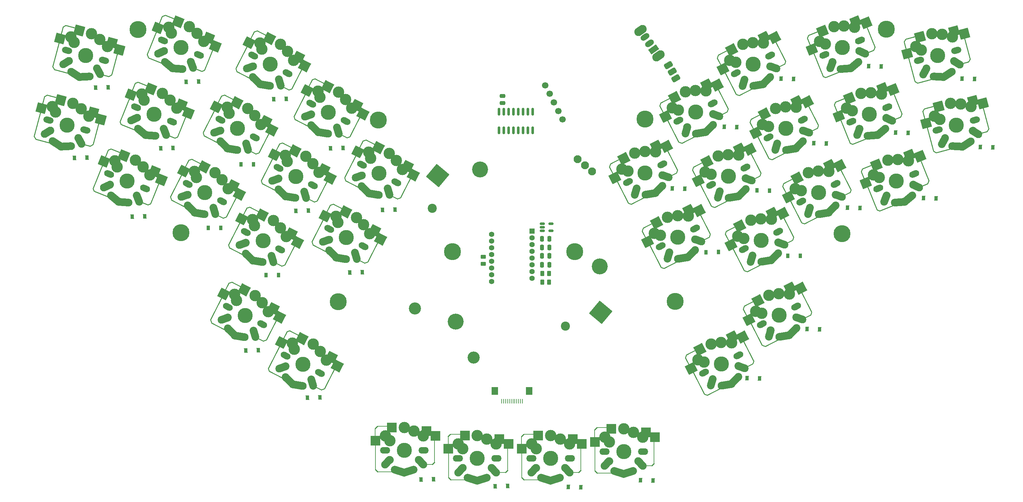
<source format=gbr>
%TF.GenerationSoftware,KiCad,Pcbnew,(6.0.4)*%
%TF.CreationDate,2022-10-16T13:45:35+02:00*%
%TF.ProjectId,Batreeq,42617472-6565-4712-9e6b-696361645f70,rev?*%
%TF.SameCoordinates,Original*%
%TF.FileFunction,Soldermask,Bot*%
%TF.FilePolarity,Negative*%
%FSLAX46Y46*%
G04 Gerber Fmt 4.6, Leading zero omitted, Abs format (unit mm)*
G04 Created by KiCad (PCBNEW (6.0.4)) date 2022-10-16 13:45:35*
%MOMM*%
%LPD*%
G01*
G04 APERTURE LIST*
G04 Aperture macros list*
%AMRoundRect*
0 Rectangle with rounded corners*
0 $1 Rounding radius*
0 $2 $3 $4 $5 $6 $7 $8 $9 X,Y pos of 4 corners*
0 Add a 4 corners polygon primitive as box body*
4,1,4,$2,$3,$4,$5,$6,$7,$8,$9,$2,$3,0*
0 Add four circle primitives for the rounded corners*
1,1,$1+$1,$2,$3*
1,1,$1+$1,$4,$5*
1,1,$1+$1,$6,$7*
1,1,$1+$1,$8,$9*
0 Add four rect primitives between the rounded corners*
20,1,$1+$1,$2,$3,$4,$5,0*
20,1,$1+$1,$4,$5,$6,$7,0*
20,1,$1+$1,$6,$7,$8,$9,0*
20,1,$1+$1,$8,$9,$2,$3,0*%
%AMHorizOval*
0 Thick line with rounded ends*
0 $1 width*
0 $2 $3 position (X,Y) of the first rounded end (center of the circle)*
0 $4 $5 position (X,Y) of the second rounded end (center of the circle)*
0 Add line between two ends*
20,1,$1,$2,$3,$4,$5,0*
0 Add two circle primitives to create the rounded ends*
1,1,$1,$2,$3*
1,1,$1,$4,$5*%
%AMRotRect*
0 Rectangle, with rotation*
0 The origin of the aperture is its center*
0 $1 length*
0 $2 width*
0 $3 Rotation angle, in degrees counterclockwise*
0 Add horizontal line*
21,1,$1,$2,0,0,$3*%
G04 Aperture macros list end*
%ADD10C,2.032000*%
%ADD11RotRect,4.000000X0.250000X255.000000*%
%ADD12RotRect,2.550000X2.500000X345.000000*%
%ADD13RotRect,7.000000X0.250000X255.000000*%
%ADD14HorizOval,2.032000X-1.120053X0.724595X1.120053X-0.724595X0*%
%ADD15RotRect,4.000000X0.250000X345.000000*%
%ADD16RoundRect,0.062500X0.347636X0.272877X-0.410136X-0.164623X-0.347636X-0.272877X0.410136X0.164623X0*%
%ADD17HorizOval,2.032000X1.332292X0.067491X-1.332292X-0.067491X0*%
%ADD18RotRect,2.600000X2.600000X345.000000*%
%ADD19RoundRect,0.062500X-0.272877X0.347636X0.164623X-0.410136X0.272877X-0.347636X-0.164623X0.410136X0*%
%ADD20RotRect,3.000000X0.250000X165.000000*%
%ADD21HorizOval,2.032000X-0.421808X0.776874X0.421808X-0.776874X0*%
%ADD22HorizOval,2.032000X0.753734X0.461889X-0.753734X-0.461889X0*%
%ADD23RotRect,2.000000X0.250000X345.000000*%
%ADD24RotRect,7.000000X0.250000X75.000000*%
%ADD25RoundRect,0.062500X-0.347636X-0.272877X0.410136X0.164623X0.347636X0.272877X-0.410136X-0.164623X0*%
%ADD26C,3.987800*%
%ADD27C,3.000000*%
%ADD28HorizOval,1.701800X0.482963X-0.129410X-0.482963X0.129410X0*%
%ADD29RotRect,2.600000X2.600000X27.000000*%
%ADD30RotRect,4.000000X0.250000X297.000000*%
%ADD31RotRect,4.000000X0.250000X27.000000*%
%ADD32RoundRect,0.062500X0.075754X0.435401X-0.194636X-0.396774X-0.075754X-0.435401X0.194636X0.396774X0*%
%ADD33RotRect,2.550000X2.500000X27.000000*%
%ADD34HorizOval,2.032000X-1.317210X-0.210983X1.317210X0.210983X0*%
%ADD35RoundRect,0.062500X-0.435401X0.075754X0.396774X-0.194636X0.435401X-0.075754X-0.396774X0.194636X0*%
%ADD36RotRect,3.000000X0.250000X207.000000*%
%ADD37HorizOval,2.032000X0.944925X0.941633X-0.944925X-0.941633X0*%
%ADD38RotRect,7.000000X0.250000X297.000000*%
%ADD39RotRect,2.000000X0.250000X27.000000*%
%ADD40HorizOval,2.032000X0.251070X0.847597X-0.251070X-0.847597X0*%
%ADD41RotRect,7.000000X0.250000X117.000000*%
%ADD42HorizOval,2.032000X-0.833295X0.295085X0.833295X-0.295085X0*%
%ADD43RoundRect,0.062500X-0.075754X-0.435401X0.194636X0.396774X0.075754X0.435401X-0.194636X-0.396774X0*%
%ADD44HorizOval,1.701800X0.445503X0.226995X-0.445503X-0.226995X0*%
%ADD45C,4.500000*%
%ADD46RotRect,2.550000X2.500000X15.000000*%
%ADD47HorizOval,2.032000X1.120053X0.724595X-1.120053X-0.724595X0*%
%ADD48RotRect,7.000000X0.250000X285.000000*%
%ADD49RotRect,2.600000X2.600000X15.000000*%
%ADD50RoundRect,0.062500X-0.410136X0.164623X0.347636X-0.272877X0.410136X-0.164623X-0.347636X0.272877X0*%
%ADD51RotRect,3.000000X0.250000X195.000000*%
%ADD52RotRect,4.000000X0.250000X285.000000*%
%ADD53HorizOval,2.032000X-1.332292X0.067491X1.332292X-0.067491X0*%
%ADD54RoundRect,0.062500X0.164623X0.410136X-0.272877X-0.347636X-0.164623X-0.410136X0.272877X0.347636X0*%
%ADD55RotRect,4.000000X0.250000X15.000000*%
%ADD56RoundRect,0.062500X-0.164623X-0.410136X0.272877X0.347636X0.164623X0.410136X-0.272877X-0.347636X0*%
%ADD57HorizOval,2.032000X-0.753734X0.461889X0.753734X-0.461889X0*%
%ADD58RotRect,2.000000X0.250000X15.000000*%
%ADD59RotRect,7.000000X0.250000X105.000000*%
%ADD60HorizOval,2.032000X0.421808X0.776874X-0.421808X-0.776874X0*%
%ADD61HorizOval,1.701800X0.482963X0.129410X-0.482963X-0.129410X0*%
%ADD62RoundRect,0.062500X-0.194636X0.396774X0.075754X-0.435401X0.194636X-0.396774X-0.075754X0.435401X0*%
%ADD63RotRect,2.550000X2.500000X333.000000*%
%ADD64RotRect,4.000000X0.250000X333.000000*%
%ADD65HorizOval,2.032000X-1.317210X0.210983X1.317210X-0.210983X0*%
%ADD66HorizOval,2.032000X-0.944925X0.941633X0.944925X-0.941633X0*%
%ADD67RotRect,3.000000X0.250000X153.000000*%
%ADD68RotRect,4.000000X0.250000X243.000000*%
%ADD69RoundRect,0.062500X0.396774X0.194636X-0.435401X-0.075754X-0.396774X-0.194636X0.435401X0.075754X0*%
%ADD70RotRect,7.000000X0.250000X243.000000*%
%ADD71RotRect,2.600000X2.600000X333.000000*%
%ADD72RoundRect,0.062500X-0.396774X-0.194636X0.435401X0.075754X0.396774X0.194636X-0.435401X-0.075754X0*%
%ADD73HorizOval,2.032000X-0.251070X0.847597X0.251070X-0.847597X0*%
%ADD74RotRect,2.000000X0.250000X333.000000*%
%ADD75RotRect,7.000000X0.250000X63.000000*%
%ADD76HorizOval,2.032000X0.833295X0.295085X-0.833295X-0.295085X0*%
%ADD77HorizOval,1.701800X0.445503X-0.226995X-0.445503X0.226995X0*%
%ADD78R,2.550000X2.500000*%
%ADD79HorizOval,2.032000X-1.269427X0.410014X1.269427X-0.410014X0*%
%ADD80R,3.000000X0.250000*%
%ADD81RoundRect,0.062500X-0.353553X0.265165X0.265165X-0.353553X0.353553X-0.265165X-0.265165X0.353553X0*%
%ADD82HorizOval,2.032000X1.269427X0.410014X-1.269427X-0.410014X0*%
%ADD83R,2.600000X2.600000*%
%ADD84R,0.250000X4.000000*%
%ADD85RoundRect,0.062500X0.265165X0.353553X-0.353553X-0.265165X-0.265165X-0.353553X0.353553X0.265165X0*%
%ADD86R,0.250000X7.000000*%
%ADD87R,4.000000X0.250000*%
%ADD88R,2.000000X0.250000*%
%ADD89HorizOval,2.032000X0.608505X0.641231X-0.608505X-0.641231X0*%
%ADD90RoundRect,0.062500X-0.265165X-0.353553X0.353553X0.265165X0.265165X0.353553X-0.353553X-0.265165X0*%
%ADD91HorizOval,2.032000X-0.608505X0.641231X0.608505X-0.641231X0*%
%ADD92O,2.701800X1.701800*%
%ADD93RotRect,3.000000X0.250000X202.000000*%
%ADD94RotRect,7.000000X0.250000X292.000000*%
%ADD95RotRect,2.550000X2.500000X22.000000*%
%ADD96HorizOval,2.032000X1.023398X0.855694X-1.023398X-0.855694X0*%
%ADD97HorizOval,2.032000X-1.330586X-0.095378X1.330586X0.095378X0*%
%ADD98RoundRect,0.062500X0.113413X0.427142X-0.228476X-0.378300X-0.113413X-0.427142X0.228476X0.378300X0*%
%ADD99RotRect,4.000000X0.250000X292.000000*%
%ADD100RoundRect,0.062500X-0.427142X0.113413X0.378300X-0.228476X0.427142X-0.113413X-0.378300X0.228476X0*%
%ADD101RotRect,4.000000X0.250000X22.000000*%
%ADD102RotRect,2.600000X2.600000X22.000000*%
%ADD103RotRect,2.000000X0.250000X22.000000*%
%ADD104RoundRect,0.062500X-0.113413X-0.427142X0.228476X0.378300X0.113413X0.427142X-0.228476X-0.378300X0*%
%ADD105RotRect,7.000000X0.250000X112.000000*%
%ADD106HorizOval,2.032000X0.323987X0.822489X-0.323987X-0.822489X0*%
%ADD107HorizOval,2.032000X-0.804406X0.366589X0.804406X-0.366589X0*%
%ADD108HorizOval,1.701800X0.463592X0.187303X-0.463592X-0.187303X0*%
%ADD109RotRect,4.400000X4.400000X140.000000*%
%ADD110C,2.100000*%
%ADD111C,4.200000*%
%ADD112C,2.400000*%
%ADD113C,3.200000*%
%ADD114RotRect,3.000000X0.250000X158.000000*%
%ADD115RotRect,2.600000X2.600000X338.000000*%
%ADD116RoundRect,0.062500X0.378300X0.228476X-0.427142X-0.113413X-0.378300X-0.228476X0.427142X0.113413X0*%
%ADD117HorizOval,2.032000X-1.330586X0.095378X1.330586X-0.095378X0*%
%ADD118RotRect,7.000000X0.250000X248.000000*%
%ADD119HorizOval,2.032000X-1.023398X0.855694X1.023398X-0.855694X0*%
%ADD120RoundRect,0.062500X-0.228476X0.378300X0.113413X-0.427142X0.228476X-0.378300X-0.113413X0.427142X0*%
%ADD121RotRect,2.550000X2.500000X338.000000*%
%ADD122RotRect,4.000000X0.250000X248.000000*%
%ADD123RotRect,4.000000X0.250000X338.000000*%
%ADD124RoundRect,0.062500X-0.378300X-0.228476X0.427142X0.113413X0.378300X0.228476X-0.427142X-0.113413X0*%
%ADD125RotRect,7.000000X0.250000X68.000000*%
%ADD126HorizOval,2.032000X-0.323987X0.822489X0.323987X-0.822489X0*%
%ADD127HorizOval,2.032000X0.804406X0.366589X-0.804406X-0.366589X0*%
%ADD128RotRect,2.000000X0.250000X338.000000*%
%ADD129HorizOval,1.701800X0.463592X-0.187303X-0.463592X0.187303X0*%
%ADD130RoundRect,0.375000X-0.837019X-0.050240X-0.462019X-0.699760X0.837019X0.050240X0.462019X0.699760X0*%
%ADD131HorizOval,1.700000X0.000000X0.000000X0.000000X0.000000X0*%
%ADD132C,1.700000*%
%ADD133HorizOval,1.500000X0.409576X0.286788X-0.409576X-0.286788X0*%
%ADD134RotRect,1.500000X2.500000X125.000000*%
%ADD135HorizOval,2.200000X0.532449X0.372825X-0.532449X-0.372825X0*%
%ADD136RotRect,0.900000X1.200000X178.000000*%
%ADD137RoundRect,0.250000X0.250000X0.475000X-0.250000X0.475000X-0.250000X-0.475000X0.250000X-0.475000X0*%
%ADD138R,0.900000X1.200000*%
%ADD139RotRect,0.900000X1.200000X182.000000*%
%ADD140RoundRect,0.150000X0.150000X-0.825000X0.150000X0.825000X-0.150000X0.825000X-0.150000X-0.825000X0*%
%ADD141R,1.800000X2.000000*%
%ADD142R,0.280000X1.250000*%
%ADD143RoundRect,0.250000X0.262500X0.450000X-0.262500X0.450000X-0.262500X-0.450000X0.262500X-0.450000X0*%
%ADD144RoundRect,0.250000X-0.262500X-0.450000X0.262500X-0.450000X0.262500X0.450000X-0.262500X0.450000X0*%
%ADD145RotRect,0.900000X1.200000X181.000000*%
%ADD146RoundRect,0.250000X0.450000X-0.262500X0.450000X0.262500X-0.450000X0.262500X-0.450000X-0.262500X0*%
%ADD147RotRect,0.900000X1.200000X179.000000*%
%ADD148RoundRect,0.250000X-0.250000X-0.475000X0.250000X-0.475000X0.250000X0.475000X-0.250000X0.475000X0*%
%ADD149C,1.400000*%
%ADD150R,1.400000X1.400000*%
%ADD151RoundRect,0.150000X-0.512500X-0.150000X0.512500X-0.150000X0.512500X0.150000X-0.512500X0.150000X0*%
%ADD152RoundRect,0.250000X0.475000X-0.250000X0.475000X0.250000X-0.475000X0.250000X-0.475000X-0.250000X0*%
G04 APERTURE END LIST*
D10*
%TO.C,SW7*%
X30920405Y-70392289D03*
D11*
X26031505Y-59096966D03*
D12*
X25741297Y-60270245D03*
D13*
X24722257Y-64354063D03*
D14*
X29812672Y-69676116D03*
D15*
X26129466Y-68922890D03*
D16*
X26897422Y-56989666D03*
D17*
X32237817Y-70325931D03*
D18*
X30824002Y-58098436D03*
D19*
X24030284Y-68060886D03*
D20*
X28682725Y-57168507D03*
D21*
X35887969Y-68910945D03*
D18*
X41407859Y-63215404D03*
D12*
X39405176Y-61298445D03*
D22*
X27359039Y-66625626D03*
D23*
X37727334Y-70022093D03*
D24*
X40264501Y-66510160D03*
D10*
X35470214Y-68132879D03*
D25*
X39010355Y-70066348D03*
D10*
X28109859Y-66160678D03*
D26*
X32447437Y-64693327D03*
D27*
X29421474Y-61256346D03*
X38244452Y-62367771D03*
X36212503Y-60446395D03*
D28*
X37351154Y-66010699D03*
D27*
X28588379Y-59777011D03*
D28*
X27538373Y-63377271D03*
D27*
X33987410Y-58946068D03*
%TD*%
D29*
%TO.C,SW26*%
X214734719Y-111054609D03*
D30*
X211841347Y-115003468D03*
D31*
X218488972Y-122240004D03*
D32*
X211074789Y-112858027D03*
D33*
X212410756Y-116069572D03*
D34*
X221730133Y-120335215D03*
D35*
X216352183Y-123004037D03*
D10*
X223032553Y-120126217D03*
D36*
X212521195Y-111796332D03*
D37*
X223967179Y-119195383D03*
D38*
X214386070Y-119786311D03*
D39*
X227843378Y-115296382D03*
D40*
X217865554Y-119710059D03*
D10*
X224901880Y-115402731D03*
D41*
X227378918Y-110988811D03*
D42*
X225732961Y-115701415D03*
D29*
X226023977Y-107775275D03*
D43*
X228826461Y-114470762D03*
D33*
X223252998Y-107690753D03*
D10*
X218112410Y-118862139D03*
D27*
X220310247Y-109193872D03*
X217652766Y-109567790D03*
D44*
X215825251Y-117176063D03*
D26*
X220354009Y-114869279D03*
D27*
X214196513Y-113797957D03*
X223105930Y-109262094D03*
X215805491Y-114339868D03*
D44*
X224879675Y-112567049D03*
%TD*%
D45*
%TO.C,H10*%
X166447346Y-98056076D03*
%TD*%
D46*
%TO.C,SW34*%
X254186823Y-45861198D03*
D10*
X263733084Y-52037591D03*
D47*
X264840817Y-51321417D03*
D48*
X255346218Y-49907408D03*
D49*
X257502670Y-41439002D03*
D50*
X256600363Y-53463596D03*
D51*
X255183304Y-41704299D03*
D52*
X253851511Y-44700004D03*
D53*
X262415672Y-51971232D03*
D54*
X253547767Y-42442070D03*
D55*
X258849310Y-53160522D03*
D56*
X270576216Y-47710342D03*
D57*
X267294449Y-48270927D03*
D10*
X266543629Y-47805979D03*
D46*
X266534190Y-39919704D03*
D58*
X269442961Y-48313527D03*
D10*
X259183275Y-49778181D03*
D59*
X269884244Y-44003519D03*
D49*
X269227043Y-40578499D03*
D60*
X258765520Y-50556247D03*
D61*
X267111481Y-45027647D03*
D27*
X256405851Y-44010503D03*
X263343229Y-40778144D03*
D26*
X262206052Y-46338628D03*
D27*
X257867000Y-44875097D03*
X260666078Y-40591370D03*
D61*
X257296650Y-47653423D03*
D27*
X266063636Y-41426131D03*
%TD*%
D45*
%TO.C,H8*%
X248621075Y-39434330D03*
%TD*%
%TO.C,H9*%
X134189343Y-98056079D03*
%TD*%
D38*
%TO.C,SW21*%
X199113402Y-132644410D03*
D34*
X206457465Y-133193314D03*
D33*
X197138088Y-128927671D03*
D10*
X207759885Y-132984316D03*
D36*
X197248527Y-124654431D03*
D35*
X201079515Y-135862136D03*
D29*
X199462051Y-123912708D03*
D32*
X195802121Y-125716126D03*
D37*
X208694511Y-132053482D03*
D31*
X203216304Y-135098103D03*
D30*
X196568679Y-127861567D03*
D10*
X209629212Y-128260830D03*
D43*
X213553793Y-127328861D03*
D29*
X210751309Y-120633374D03*
D10*
X202839742Y-131720238D03*
D41*
X212106250Y-123846910D03*
D33*
X207980330Y-120548852D03*
D40*
X202592886Y-132568158D03*
D42*
X210460293Y-128559514D03*
D39*
X212570710Y-128154481D03*
D27*
X207833262Y-122120193D03*
D44*
X200552583Y-130034162D03*
X209607007Y-125425148D03*
D27*
X198923845Y-126656056D03*
X205037579Y-122051971D03*
X200532823Y-127197967D03*
D26*
X205081341Y-127727378D03*
D27*
X202380098Y-122425889D03*
%TD*%
D33*
%TO.C,SW25*%
X199029424Y-79381849D03*
D38*
X201004738Y-83098588D03*
D31*
X205107640Y-85552281D03*
D32*
X197693457Y-76170304D03*
D37*
X210585847Y-82507660D03*
D35*
X202970851Y-86316314D03*
D30*
X198460015Y-78315745D03*
D10*
X209651221Y-83438494D03*
D34*
X208348801Y-83647492D03*
D29*
X201353387Y-74366886D03*
D36*
X199139863Y-75108609D03*
D33*
X209871666Y-71003030D03*
D29*
X212642645Y-71087552D03*
D43*
X215445129Y-77783039D03*
D39*
X214462046Y-78608659D03*
D40*
X204484222Y-83022336D03*
D42*
X212351629Y-79013692D03*
D10*
X211520548Y-78715008D03*
X204731078Y-82174416D03*
D41*
X213997586Y-74301088D03*
D27*
X204271434Y-72880067D03*
X200815181Y-77110234D03*
D26*
X206972677Y-78181556D03*
D44*
X211498343Y-75879326D03*
D27*
X206928915Y-72506149D03*
X202424159Y-77652145D03*
D44*
X202443919Y-80488340D03*
D27*
X209724598Y-72574371D03*
%TD*%
D62*
%TO.C,SW4*%
X77161890Y-50207784D03*
D63*
X80455278Y-42943127D03*
D64*
X79035980Y-51487395D03*
D65*
X84719139Y-54129775D03*
D10*
X83416719Y-53920777D03*
D66*
X82482094Y-52989943D03*
D67*
X83977316Y-40520726D03*
D68*
X80983084Y-41855824D03*
D69*
X82268211Y-39974608D03*
D70*
X78609433Y-46725834D03*
D71*
X85878459Y-41875530D03*
X95167155Y-49081188D03*
D63*
X93606795Y-46789738D03*
D72*
X91397651Y-55283954D03*
D73*
X88583719Y-53504619D03*
D10*
X88336862Y-52656699D03*
D74*
X90151869Y-54973911D03*
D75*
X93363765Y-52066228D03*
D10*
X81547392Y-49197291D03*
D76*
X80716311Y-49495975D03*
D27*
X83342694Y-43052613D03*
X88796506Y-43362350D03*
D77*
X81567097Y-46355890D03*
D26*
X86095263Y-48663839D03*
D27*
X83850013Y-44672831D03*
D77*
X90617925Y-50971963D03*
D27*
X90661040Y-45292514D03*
X92249109Y-47594369D03*
%TD*%
D62*
%TO.C,SW8*%
X92510008Y-62872406D03*
D69*
X97616329Y-52639230D03*
D64*
X94384098Y-64152017D03*
D65*
X100067257Y-66794397D03*
D68*
X96331202Y-54520446D03*
D10*
X98764837Y-66585399D03*
D71*
X101226577Y-54540152D03*
D67*
X99325434Y-53185348D03*
D63*
X95803396Y-55607749D03*
D66*
X97830212Y-65654565D03*
D70*
X93957551Y-59390456D03*
D10*
X96895510Y-61861913D03*
X103684980Y-65321321D03*
D71*
X110515273Y-61745810D03*
D76*
X96064429Y-62160597D03*
D75*
X108711883Y-64730850D03*
D74*
X105499987Y-67638533D03*
D63*
X108954913Y-59454360D03*
D73*
X103931837Y-66169241D03*
D72*
X106745769Y-67948576D03*
D77*
X105966043Y-63636585D03*
D27*
X104144624Y-56026972D03*
D26*
X101443381Y-61328461D03*
D27*
X107597227Y-60258991D03*
D77*
X96915215Y-59020512D03*
D27*
X98690812Y-55717235D03*
X106009158Y-57957136D03*
X99198131Y-57337453D03*
%TD*%
D78*
%TO.C,SW22*%
X152420932Y-150049385D03*
D79*
X158787996Y-158081008D03*
D80*
X154459344Y-146292038D03*
D81*
X152784588Y-158017409D03*
D82*
X161298692Y-158081008D03*
D83*
X156768343Y-146636077D03*
D84*
X152397585Y-148840973D03*
D85*
X152688588Y-146581361D03*
D10*
X160043344Y-158486077D03*
D86*
X152493585Y-154257797D03*
D87*
X155035344Y-158306732D03*
D88*
X166522520Y-156366732D03*
D10*
X163853344Y-155126077D03*
D89*
X155628445Y-155769509D03*
D10*
X156233344Y-155126077D03*
D90*
X167773276Y-156077409D03*
D83*
X168315932Y-148839385D03*
D78*
X165885344Y-147506077D03*
D86*
X168064279Y-152317797D03*
D91*
X164458243Y-155769509D03*
D27*
X160043344Y-146636077D03*
D26*
X160043344Y-152586077D03*
D27*
X156230932Y-150049385D03*
D92*
X154960932Y-152585424D03*
D27*
X155043344Y-148836078D03*
X165040932Y-148839385D03*
X162580932Y-147509385D03*
D92*
X165120932Y-152589385D03*
%TD*%
D45*
%TO.C,H3*%
X192972150Y-111198053D03*
%TD*%
D83*
%TO.C,SW27*%
X176072345Y-144858078D03*
D85*
X171992590Y-144803362D03*
D87*
X174339346Y-156528733D03*
D78*
X171724934Y-148271386D03*
D80*
X173763346Y-144514039D03*
D10*
X179347346Y-156708078D03*
D86*
X171797587Y-152479798D03*
D79*
X178091998Y-156303009D03*
D82*
X180602694Y-156303009D03*
D84*
X171701587Y-147062974D03*
D81*
X172088590Y-156239410D03*
D89*
X174932447Y-153991510D03*
D91*
X183762245Y-153991510D03*
D10*
X183157346Y-153348078D03*
D88*
X185826522Y-154588733D03*
D78*
X185189346Y-145728078D03*
D10*
X175537346Y-153348078D03*
D83*
X187619934Y-147061386D03*
D90*
X187077278Y-154299410D03*
D86*
X187368281Y-150539798D03*
D27*
X174347346Y-147058079D03*
X175534934Y-148271386D03*
D92*
X184424934Y-150811386D03*
D26*
X179347346Y-150808078D03*
D27*
X184344934Y-147061386D03*
X179347346Y-144858078D03*
X181884934Y-145731386D03*
D92*
X174264934Y-150807425D03*
%TD*%
D93*
%TO.C,SW33*%
X236612689Y-58118472D03*
D94*
X237774094Y-66240582D03*
D95*
X236130232Y-62365826D03*
D96*
X247370247Y-66486951D03*
D97*
X245042371Y-67427473D03*
D98*
X235079254Y-59050065D03*
D10*
X246358050Y-67332785D03*
D99*
X235655906Y-61254152D03*
D100*
X239452282Y-69617421D03*
D101*
X241647530Y-69042529D03*
D102*
X238882434Y-57572493D03*
D95*
X247661478Y-54963855D03*
D103*
X251571516Y-62940620D03*
D104*
X252622816Y-62203823D03*
D102*
X250414546Y-55289562D03*
D105*
X251484253Y-58608961D03*
D10*
X248631942Y-62790196D03*
D106*
X241246983Y-66467877D03*
D107*
X249433828Y-63160177D03*
D10*
X241566801Y-65644698D03*
D27*
X239662803Y-60938575D03*
D108*
X248856968Y-59963370D03*
D27*
X238107178Y-60258495D03*
D108*
X239435296Y-63765700D03*
D26*
X244147871Y-61862400D03*
D27*
X241918962Y-56345656D03*
X247378019Y-56516399D03*
X244598919Y-56204776D03*
%TD*%
D45*
%TO.C,H6*%
X114577344Y-63386078D03*
%TD*%
D10*
%TO.C,SW16*%
X92030356Y-133060348D03*
D68*
X89596721Y-120995395D03*
D70*
X87223070Y-125865405D03*
D62*
X85775527Y-129347355D03*
D66*
X91095731Y-132129514D03*
D67*
X92590953Y-119660297D03*
D71*
X94492096Y-121015101D03*
D69*
X90881848Y-119114179D03*
D64*
X87649617Y-130626966D03*
D65*
X93332776Y-133269346D03*
D63*
X89068915Y-122082698D03*
D10*
X90161029Y-128336862D03*
X96950499Y-131796270D03*
D63*
X102220432Y-125929309D03*
D72*
X100011288Y-134423525D03*
D75*
X101977402Y-131205799D03*
D71*
X103780792Y-128220759D03*
D73*
X97197356Y-132644190D03*
D76*
X89329948Y-128635546D03*
D74*
X98765506Y-134113482D03*
D27*
X100862746Y-126733940D03*
D26*
X94708900Y-127803410D03*
D27*
X92463650Y-123812402D03*
X97410143Y-122501921D03*
D77*
X90180734Y-125495461D03*
D27*
X91956331Y-122192184D03*
D77*
X99231562Y-130111534D03*
D27*
X99274677Y-124432085D03*
%TD*%
D32*
%TO.C,SW28*%
X204204796Y-46655649D03*
D33*
X205540763Y-49867194D03*
D37*
X217097186Y-52993005D03*
D31*
X211618979Y-56037626D03*
D38*
X207516077Y-53583933D03*
D10*
X216162560Y-53923839D03*
D30*
X204971354Y-48801090D03*
D36*
X205651202Y-45593954D03*
D34*
X214860140Y-54132837D03*
D35*
X209482190Y-56801659D03*
D29*
X207864726Y-44852231D03*
D43*
X221956468Y-48268384D03*
D42*
X218862968Y-49499037D03*
D29*
X219153984Y-41572897D03*
D33*
X216383005Y-41488375D03*
D40*
X210995561Y-53507681D03*
D39*
X220973385Y-49094004D03*
D10*
X218031887Y-49200353D03*
D41*
X220508925Y-44786433D03*
D10*
X211242417Y-52659761D03*
D27*
X208935498Y-48137490D03*
X210782773Y-43365412D03*
X216235937Y-43059716D03*
D44*
X218009682Y-46364671D03*
X208955258Y-50973685D03*
D26*
X213484016Y-48666901D03*
D27*
X213440254Y-42991494D03*
X207326520Y-47595579D03*
%TD*%
D10*
%TO.C,SW5*%
X74790903Y-70849901D03*
D71*
X77252643Y-58804654D03*
D69*
X73642395Y-56903732D03*
D66*
X73856278Y-69919067D03*
D64*
X70410164Y-68416519D03*
D63*
X71829462Y-59872251D03*
D65*
X76093323Y-71058899D03*
D70*
X69983617Y-63654958D03*
D67*
X75351500Y-57449850D03*
D62*
X68536074Y-67136908D03*
D68*
X72357268Y-58784948D03*
D10*
X72921576Y-66126415D03*
D76*
X72090495Y-66425099D03*
D71*
X86541339Y-66010312D03*
D74*
X81526053Y-71903035D03*
D63*
X84980979Y-63718862D03*
D73*
X79957903Y-70433743D03*
D72*
X82771835Y-72213078D03*
D10*
X79711046Y-69585823D03*
D75*
X84737949Y-68995352D03*
D26*
X77469447Y-65592963D03*
D77*
X81992109Y-67901087D03*
D27*
X80170690Y-60291474D03*
X83623293Y-64523493D03*
X82035224Y-62221638D03*
X74716878Y-59981737D03*
D77*
X72941281Y-63285014D03*
D27*
X75224197Y-61601955D03*
%TD*%
D109*
%TO.C,SW36*%
X130236554Y-77998238D03*
X173263659Y-114099277D03*
D110*
X169126975Y-75320744D03*
X167211864Y-73713775D03*
X171042086Y-76927713D03*
D111*
X141423676Y-76368083D03*
X173044231Y-101976735D03*
D112*
X163952042Y-117720395D03*
D113*
X139749391Y-126035494D03*
D112*
X128867742Y-86671342D03*
D111*
X135054009Y-116549375D03*
D113*
X124286053Y-113059816D03*
%TD*%
D66*
%TO.C,SW15*%
X80578573Y-99512815D03*
D70*
X76705912Y-93248706D03*
D65*
X82815618Y-100652647D03*
D63*
X78551757Y-89465999D03*
D10*
X81513198Y-100443649D03*
D71*
X83974938Y-88398402D03*
D68*
X79079563Y-88378696D03*
D62*
X75258369Y-96730656D03*
D67*
X82073795Y-87043598D03*
D64*
X77132459Y-98010267D03*
D69*
X80364690Y-86497480D03*
D63*
X91703274Y-93312610D03*
D10*
X86433341Y-99179571D03*
D75*
X91460244Y-98589100D03*
D72*
X89494130Y-101806826D03*
D73*
X86680198Y-100027491D03*
D76*
X78812790Y-96018847D03*
D71*
X93263634Y-95604060D03*
D74*
X88248348Y-101496783D03*
D10*
X79643871Y-95720163D03*
D27*
X86892985Y-89885222D03*
X81439173Y-89575485D03*
X88757519Y-91815386D03*
X81946492Y-91195703D03*
X90345588Y-94117241D03*
D77*
X88714404Y-97494835D03*
X79663576Y-92878762D03*
D26*
X84191742Y-95186711D03*
%TD*%
D51*
%TO.C,SW31*%
X260109528Y-60064347D03*
D50*
X261526587Y-71823644D03*
D53*
X267341896Y-70331280D03*
D55*
X263775534Y-71520570D03*
D47*
X269767041Y-69681465D03*
D52*
X258777735Y-63060052D03*
D46*
X259113047Y-64221246D03*
D10*
X268659308Y-70397639D03*
D54*
X258473991Y-60802118D03*
D49*
X262428894Y-59799050D03*
D48*
X260272442Y-68267456D03*
D59*
X274810468Y-62363567D03*
D49*
X274153267Y-58938547D03*
D46*
X271460414Y-58279752D03*
D56*
X275502440Y-66070390D03*
D58*
X274369185Y-66673575D03*
D60*
X263691744Y-68916295D03*
D10*
X271469853Y-66166027D03*
D57*
X272220673Y-66630975D03*
D10*
X264109499Y-68138229D03*
D27*
X262793224Y-63235145D03*
D61*
X272037705Y-63387695D03*
D26*
X267132276Y-64698676D03*
D27*
X261332075Y-62370551D03*
X270989860Y-59786179D03*
X268269453Y-59138192D03*
X265592302Y-58951418D03*
D61*
X262222874Y-66013471D03*
%TD*%
D45*
%TO.C,H2*%
X104010023Y-111310117D03*
%TD*%
D31*
%TO.C,SW23*%
X228870616Y-89895873D03*
D33*
X222792400Y-83725441D03*
D34*
X232111777Y-87991084D03*
D29*
X225116363Y-78710478D03*
D36*
X222902839Y-79452201D03*
D37*
X234348823Y-86851252D03*
D10*
X233414197Y-87782086D03*
D30*
X222222991Y-82659337D03*
D38*
X224767714Y-87442180D03*
D35*
X226733827Y-90659906D03*
D32*
X221456433Y-80513896D03*
D10*
X235283524Y-83058600D03*
D42*
X236114605Y-83357284D03*
D33*
X233634642Y-75346622D03*
D10*
X228494054Y-86518008D03*
D29*
X236405621Y-75431144D03*
D41*
X237760562Y-78644680D03*
D39*
X238225022Y-82952251D03*
D40*
X228247198Y-87365928D03*
D43*
X239208105Y-82126631D03*
D26*
X230735653Y-82525148D03*
D27*
X230691891Y-76849741D03*
X226187135Y-81995737D03*
D44*
X235261319Y-80222918D03*
D27*
X233487574Y-76917963D03*
X224578157Y-81453826D03*
X228034410Y-77223659D03*
D44*
X226206895Y-84831932D03*
%TD*%
D114*
%TO.C,SW6*%
X45494626Y-71547532D03*
D115*
X47506613Y-72731486D03*
D116*
X43744427Y-71152451D03*
D117*
X47419732Y-85040139D03*
D118*
X40687980Y-78196869D03*
D119*
X45091856Y-84099617D03*
D10*
X46104053Y-84945451D03*
D120*
X39549417Y-81791732D03*
D121*
X42197116Y-74267681D03*
D122*
X42628148Y-73138515D03*
D123*
X41527900Y-82903135D03*
D121*
X55633841Y-76953424D03*
D115*
X57387977Y-79100160D03*
D124*
X54173424Y-85607856D03*
D10*
X50895301Y-83257365D03*
D125*
X55851612Y-82231017D03*
D126*
X51215120Y-84080543D03*
D127*
X43028274Y-80772843D03*
D10*
X43830160Y-80402862D03*
D128*
X52905360Y-85407570D03*
D26*
X48314232Y-79475066D03*
D129*
X43602146Y-77570556D03*
D27*
X50543141Y-73958322D03*
X45729686Y-75694932D03*
D129*
X53020850Y-81380231D03*
D27*
X52568804Y-75718637D03*
X45083087Y-74125095D03*
X54351450Y-77873324D03*
%TD*%
D85*
%TO.C,SW12*%
X114083002Y-144461363D03*
D86*
X113887999Y-152137799D03*
D84*
X113791999Y-146720975D03*
D87*
X116429758Y-156186734D03*
D81*
X114179002Y-155897411D03*
D80*
X115853758Y-144172040D03*
D83*
X118162757Y-144516079D03*
D78*
X113815346Y-147929387D03*
D82*
X122693106Y-155961010D03*
D10*
X121437758Y-156366079D03*
D79*
X120182410Y-155961010D03*
D88*
X127916934Y-154246734D03*
D83*
X129710346Y-146719387D03*
D90*
X129167690Y-153957411D03*
D78*
X127279758Y-145386079D03*
D89*
X117022859Y-153649511D03*
D86*
X129458693Y-150197799D03*
D91*
X125852657Y-153649511D03*
D10*
X117627758Y-153006079D03*
X125247758Y-153006079D03*
D92*
X126515346Y-150469387D03*
D27*
X121437758Y-144516079D03*
X117625346Y-147929387D03*
X126435346Y-146719387D03*
D26*
X121437758Y-150466079D03*
D27*
X116437758Y-146716080D03*
D92*
X116355346Y-150465426D03*
D27*
X123975346Y-145389387D03*
%TD*%
D122*
%TO.C,SW1*%
X56863197Y-37905529D03*
D120*
X53784466Y-46558746D03*
D10*
X60339102Y-49712465D03*
D115*
X61741662Y-37498500D03*
D123*
X55762949Y-47670149D03*
D116*
X57979476Y-35919465D03*
D118*
X54923029Y-42963883D03*
D114*
X59729675Y-36314546D03*
D117*
X61654781Y-49807153D03*
D119*
X59326905Y-48866631D03*
D121*
X56432165Y-39034695D03*
D10*
X58065209Y-45169876D03*
D128*
X67140409Y-50174584D03*
D121*
X69868890Y-41720438D03*
D124*
X68408473Y-50374870D03*
D126*
X65450169Y-48847557D03*
D127*
X57263323Y-45539857D03*
D10*
X65130350Y-48024379D03*
D125*
X70086661Y-46998031D03*
D115*
X71623026Y-43867174D03*
D129*
X57837195Y-42337570D03*
X67255899Y-46147245D03*
D27*
X59318136Y-38892109D03*
X68586499Y-42640338D03*
D26*
X62549281Y-44242080D03*
D27*
X64778190Y-38725336D03*
X66803853Y-40485651D03*
X59964735Y-40461946D03*
%TD*%
D63*
%TO.C,SW11*%
X73796245Y-109224595D03*
D62*
X70502857Y-116489252D03*
D65*
X78060106Y-120411243D03*
D70*
X71950400Y-113007302D03*
D64*
X72376947Y-117768863D03*
D67*
X77318283Y-106802194D03*
D68*
X74324051Y-108137292D03*
D71*
X79219426Y-108156998D03*
D69*
X75609178Y-106256076D03*
D10*
X76757686Y-120202245D03*
D66*
X75823061Y-119271411D03*
D72*
X84738618Y-121565422D03*
D75*
X86704732Y-118347696D03*
D10*
X74888359Y-115478759D03*
D71*
X88508122Y-115362656D03*
D74*
X83492836Y-121255379D03*
D73*
X81924686Y-119786087D03*
D63*
X86947762Y-113071206D03*
D10*
X81677829Y-118938167D03*
D76*
X74057278Y-115777443D03*
D77*
X83958892Y-117253431D03*
D27*
X82137473Y-109643818D03*
X76683661Y-109334081D03*
D26*
X79436230Y-114945307D03*
D27*
X84002007Y-111573982D03*
X77190980Y-110954299D03*
D77*
X74908064Y-112637358D03*
D27*
X85590076Y-113875837D03*
%TD*%
D36*
%TO.C,SW19*%
X185788263Y-91226301D03*
D32*
X184341857Y-92287996D03*
D37*
X197234247Y-98625352D03*
D30*
X185108415Y-94433437D03*
D33*
X185677824Y-95499541D03*
D31*
X191756040Y-101669973D03*
D38*
X187653138Y-99216280D03*
D10*
X196299621Y-99556186D03*
D34*
X194997201Y-99765184D03*
D29*
X188001787Y-90484578D03*
D35*
X189619251Y-102434006D03*
D43*
X202093529Y-93900731D03*
D41*
X200645986Y-90418780D03*
D29*
X199291045Y-87205244D03*
D10*
X198168948Y-94832700D03*
X191379478Y-98292108D03*
D40*
X191132622Y-99140028D03*
D42*
X199000029Y-95131384D03*
D39*
X201110446Y-94726351D03*
D33*
X196520066Y-87120722D03*
D27*
X190919834Y-88997759D03*
D44*
X198146743Y-91997018D03*
D26*
X193621077Y-94299248D03*
D27*
X193577315Y-88623841D03*
D44*
X189092319Y-96606032D03*
D27*
X187463581Y-93227926D03*
X189072559Y-93769837D03*
X196372998Y-88692063D03*
%TD*%
D13*
%TO.C,SW3*%
X29632308Y-45983672D03*
D19*
X28940335Y-49690495D03*
D17*
X37147868Y-51955540D03*
D20*
X33592776Y-38798116D03*
D18*
X35734053Y-39728045D03*
D10*
X35830456Y-52021898D03*
D14*
X34722723Y-51305725D03*
D16*
X31807473Y-38619275D03*
D12*
X30651348Y-41899854D03*
D11*
X30941556Y-40726575D03*
D15*
X31039517Y-50552499D03*
D22*
X32269090Y-48255235D03*
D10*
X40380265Y-49762488D03*
D24*
X45174552Y-48139769D03*
D25*
X43920406Y-51695957D03*
D23*
X42637385Y-51651702D03*
D21*
X40798020Y-50540554D03*
D12*
X44315227Y-42928054D03*
D18*
X46317910Y-44845013D03*
D10*
X33019910Y-47790287D03*
D26*
X37357488Y-46322936D03*
D27*
X41122554Y-42076004D03*
D28*
X32448424Y-45006880D03*
X42261205Y-47640308D03*
D27*
X34331525Y-42885955D03*
X33498430Y-41406620D03*
X43154503Y-43997380D03*
X38897461Y-40575677D03*
%TD*%
D67*
%TO.C,SW10*%
X66725678Y-74378975D03*
D71*
X68626821Y-75733779D03*
D70*
X61357795Y-80584083D03*
D65*
X67467501Y-87988024D03*
D10*
X66165081Y-87779026D03*
D68*
X63731446Y-75714073D03*
D69*
X65016573Y-73832857D03*
D66*
X65230456Y-86848192D03*
D64*
X61784342Y-85345644D03*
D63*
X63203640Y-76801376D03*
D62*
X59910252Y-84066033D03*
D74*
X72900231Y-88832160D03*
D10*
X71085224Y-86514948D03*
D72*
X74146013Y-89142203D03*
D10*
X64295754Y-83055540D03*
D73*
X71332081Y-87362868D03*
D71*
X77915517Y-82939437D03*
D76*
X63464673Y-83354224D03*
D75*
X76112127Y-85924477D03*
D63*
X76355157Y-80647987D03*
D77*
X64315459Y-80214139D03*
D26*
X68843625Y-82522088D03*
D27*
X73409402Y-79150763D03*
X71544868Y-77220599D03*
D77*
X73366287Y-84830212D03*
D27*
X74997471Y-81452618D03*
X66091056Y-76910862D03*
X66598375Y-78531080D03*
%TD*%
D102*
%TO.C,SW32*%
X231764910Y-39956002D03*
D100*
X232334758Y-52000930D03*
D99*
X228538382Y-43637661D03*
D93*
X229495165Y-40501981D03*
D96*
X240252723Y-48870460D03*
D94*
X230656570Y-48624091D03*
D101*
X234530006Y-51426038D03*
D95*
X229012708Y-44749335D03*
D97*
X237924847Y-49810982D03*
D98*
X227961730Y-41433574D03*
D10*
X239240526Y-49716294D03*
D105*
X244366729Y-40992470D03*
D102*
X243297022Y-37673071D03*
D10*
X234449277Y-48028207D03*
D103*
X244453992Y-45324129D03*
D106*
X234129459Y-48851386D03*
D10*
X241514418Y-45173705D03*
D95*
X240543954Y-37347364D03*
D104*
X245505292Y-44587332D03*
D107*
X242316304Y-45543686D03*
D27*
X230989654Y-42642004D03*
X237481395Y-38588285D03*
X234801438Y-38729165D03*
X232545279Y-43322084D03*
D108*
X232317772Y-46149209D03*
X241739444Y-42346879D03*
D27*
X240260495Y-38899908D03*
D26*
X237030347Y-44245909D03*
%TD*%
D130*
%TO.C,PAD1*%
X193130000Y-52352000D03*
X192130000Y-50619949D03*
X191130000Y-48887898D03*
%TD*%
D67*
%TO.C,SW9*%
X90699612Y-70114473D03*
D68*
X87705380Y-71449571D03*
D63*
X87177574Y-72536874D03*
D64*
X85758276Y-81081142D03*
D65*
X91441435Y-83723522D03*
D71*
X92600755Y-71469277D03*
D69*
X88990507Y-69568355D03*
D62*
X83884186Y-79801531D03*
D70*
X85331729Y-76319581D03*
D66*
X89204390Y-82583690D03*
D10*
X90139015Y-83514524D03*
D74*
X96874165Y-84567658D03*
D75*
X100086061Y-81659975D03*
D63*
X100329091Y-76383485D03*
D72*
X98119947Y-84877701D03*
D10*
X88269688Y-78791038D03*
D73*
X95306015Y-83098366D03*
D71*
X101889451Y-78674935D03*
D76*
X87438607Y-79089722D03*
D10*
X95059158Y-82250446D03*
D27*
X97383336Y-74886261D03*
X95518802Y-72956097D03*
X90064990Y-72646360D03*
D77*
X97340221Y-80565710D03*
D27*
X90572309Y-74266578D03*
D26*
X92817559Y-78257586D03*
D77*
X88289393Y-75949637D03*
D27*
X98971405Y-77188116D03*
%TD*%
D68*
%TO.C,SW13*%
X109682802Y-70638140D03*
D65*
X113418857Y-82912091D03*
D66*
X111181812Y-81772259D03*
D70*
X107309151Y-75508150D03*
D67*
X112677034Y-69303042D03*
D10*
X112116437Y-82703093D03*
D62*
X105861608Y-78990100D03*
D63*
X109154996Y-71725443D03*
D64*
X107735698Y-80269711D03*
D69*
X110967929Y-68756924D03*
D71*
X114578177Y-70657846D03*
D10*
X110247110Y-77979607D03*
D72*
X120097369Y-84066270D03*
D10*
X117036580Y-81439015D03*
D75*
X122063483Y-80848544D03*
D63*
X122306513Y-75572054D03*
D74*
X118851587Y-83756227D03*
D73*
X117283437Y-82286935D03*
D76*
X109416029Y-78278291D03*
D71*
X123866873Y-77863504D03*
D27*
X117496224Y-72144666D03*
D77*
X119317643Y-79754279D03*
D27*
X120948827Y-76376685D03*
X112549731Y-73455147D03*
X112042412Y-71834929D03*
X119360758Y-74074830D03*
D26*
X114794981Y-77446155D03*
D77*
X110266815Y-75138206D03*
%TD*%
D34*
%TO.C,SW18*%
X186371383Y-82836059D03*
D32*
X175716039Y-75358871D03*
D36*
X177162445Y-74297176D03*
D37*
X188608429Y-81696227D03*
D31*
X183130222Y-84740848D03*
D10*
X187673803Y-82627061D03*
D33*
X177052006Y-78570416D03*
D30*
X176482597Y-77504312D03*
D35*
X180993433Y-85504881D03*
D29*
X179375969Y-73555453D03*
D38*
X179027320Y-82287155D03*
D10*
X189543130Y-77903575D03*
X182753660Y-81362983D03*
D43*
X193467711Y-76971606D03*
D40*
X182506804Y-82210903D03*
D42*
X190374211Y-78202259D03*
D29*
X190665227Y-70276119D03*
D33*
X187894248Y-70191597D03*
D41*
X192020168Y-73489655D03*
D39*
X192484628Y-77797226D03*
D27*
X178837763Y-76298801D03*
X182294016Y-72068634D03*
X187747180Y-71762938D03*
X180446741Y-76840712D03*
D26*
X184995259Y-77370123D03*
D27*
X184951497Y-71694716D03*
D44*
X180466501Y-79676907D03*
X189520925Y-75067893D03*
%TD*%
D45*
%TO.C,H1*%
X62507345Y-93104077D03*
%TD*%
D36*
%TO.C,SW24*%
X190514048Y-58179484D03*
D30*
X189834200Y-61386620D03*
D33*
X190403609Y-62452724D03*
D32*
X189067642Y-59241179D03*
D38*
X192378923Y-66169463D03*
D35*
X194345036Y-69387189D03*
D34*
X199722986Y-66718367D03*
D31*
X196481825Y-68623156D03*
D10*
X201025406Y-66509369D03*
D37*
X201960032Y-65578535D03*
D29*
X192727572Y-57437761D03*
D39*
X205836231Y-61679534D03*
D29*
X204016830Y-54158427D03*
D43*
X206819314Y-60853914D03*
D40*
X195858407Y-66093211D03*
D41*
X205371771Y-57371963D03*
D10*
X196105263Y-65245291D03*
X202894733Y-61785883D03*
D42*
X203725814Y-62084567D03*
D33*
X201245851Y-54073905D03*
D27*
X193798344Y-60723020D03*
X198303100Y-55577024D03*
D26*
X198346862Y-61252431D03*
D44*
X193818104Y-63559215D03*
D27*
X201098783Y-55645246D03*
X192189366Y-60181109D03*
D44*
X202872528Y-58950201D03*
D27*
X195645619Y-55950942D03*
%TD*%
D10*
%TO.C,SW17*%
X140717756Y-158482770D03*
D86*
X133167997Y-154254490D03*
D82*
X141973104Y-158077701D03*
D84*
X133071997Y-148837666D03*
D79*
X139462408Y-158077701D03*
D83*
X137442755Y-146632770D03*
D80*
X135133756Y-146288731D03*
D78*
X133095344Y-150046078D03*
D87*
X135709756Y-158303425D03*
D85*
X133363000Y-146578054D03*
D81*
X133459000Y-158014102D03*
D88*
X147196932Y-156363425D03*
D90*
X148447688Y-156074102D03*
D89*
X136302857Y-155766202D03*
D83*
X148990344Y-148836078D03*
D10*
X136907756Y-155122770D03*
X144527756Y-155122770D03*
D86*
X148738691Y-152314490D03*
D91*
X145132655Y-155766202D03*
D78*
X146559756Y-147502770D03*
D27*
X145715344Y-148836078D03*
X136905344Y-150046078D03*
X143255344Y-147506078D03*
D26*
X140717756Y-152582770D03*
D92*
X145795344Y-152586078D03*
D27*
X135717756Y-148832771D03*
X140717756Y-146632770D03*
D92*
X135635344Y-152582117D03*
%TD*%
D45*
%TO.C,H7*%
X184935343Y-63132079D03*
%TD*%
D131*
%TO.C,U5*%
X163243150Y-63235892D03*
X162090014Y-60972736D03*
X160936878Y-58709579D03*
X159783742Y-56446423D03*
D132*
X158630606Y-54183266D03*
%TD*%
D133*
%TO.C,SW37*%
X184993694Y-41455392D03*
X186140847Y-43093696D03*
D134*
X187288000Y-44732000D03*
D135*
X188492511Y-46452219D03*
X183789184Y-39735173D03*
%TD*%
D30*
%TO.C,SW29*%
X213597174Y-65730216D03*
D34*
X223485960Y-71061963D03*
D29*
X216490546Y-61781357D03*
D10*
X224788380Y-70852965D03*
D36*
X214277022Y-62523080D03*
D38*
X216141897Y-70513059D03*
D33*
X214166583Y-66796320D03*
D32*
X212830616Y-63584775D03*
D35*
X218108010Y-73730785D03*
D31*
X220244799Y-72966752D03*
D37*
X225723006Y-69922131D03*
D41*
X229134745Y-61715559D03*
D42*
X227488788Y-66428163D03*
D40*
X219621381Y-70436807D03*
D33*
X225008825Y-58417501D03*
D29*
X227779804Y-58502023D03*
D43*
X230582288Y-65197510D03*
D39*
X229599205Y-66023130D03*
D10*
X226657707Y-66129479D03*
X219868237Y-69588887D03*
D44*
X226635502Y-63293797D03*
D27*
X217561318Y-65066616D03*
X219408593Y-60294538D03*
D26*
X222109836Y-65596027D03*
D27*
X224861757Y-59988842D03*
X222066074Y-59920620D03*
D44*
X217581078Y-67902811D03*
D27*
X215952340Y-64524705D03*
%TD*%
D102*
%TO.C,SW30*%
X245999959Y-75188988D03*
D100*
X246569807Y-87233916D03*
D101*
X248765055Y-86659024D03*
D93*
X243730214Y-75734967D03*
D97*
X252159896Y-85043968D03*
D95*
X243247757Y-79982321D03*
D96*
X254487772Y-84103446D03*
D10*
X253475575Y-84949280D03*
D94*
X244891619Y-83857077D03*
D99*
X242773431Y-78870647D03*
D98*
X242196779Y-76666560D03*
D105*
X258601778Y-76225456D03*
D103*
X258689041Y-80557115D03*
D10*
X255749467Y-80406691D03*
D104*
X259740341Y-79820318D03*
D106*
X248364508Y-84084372D03*
D107*
X256551353Y-80776672D03*
D102*
X257532071Y-72906057D03*
D95*
X254779003Y-72580350D03*
D10*
X248684326Y-83261193D03*
D27*
X245224703Y-77874990D03*
D108*
X255974493Y-77579865D03*
D27*
X251716444Y-73821271D03*
X246780328Y-78555070D03*
X249036487Y-73962151D03*
D26*
X251265396Y-79478895D03*
D27*
X254495544Y-74132894D03*
D108*
X246552821Y-81382195D03*
%TD*%
D121*
%TO.C,SW2*%
X49314930Y-56651596D03*
D115*
X54624427Y-55115401D03*
D122*
X49745962Y-55522430D03*
D117*
X54537546Y-67424054D03*
D10*
X53221867Y-67329366D03*
D123*
X48645714Y-65287050D03*
D116*
X50862241Y-53536366D03*
D120*
X46667231Y-64175647D03*
D114*
X52612440Y-53931447D03*
D119*
X52209670Y-66483532D03*
D118*
X47805794Y-60580784D03*
D125*
X62969426Y-64614932D03*
D10*
X50947974Y-62786777D03*
D128*
X60023174Y-67791485D03*
D121*
X62751655Y-59337339D03*
D10*
X58013115Y-65641280D03*
D126*
X58332934Y-66464458D03*
D127*
X50146088Y-63156758D03*
D115*
X64505791Y-61484075D03*
D124*
X61291238Y-67991771D03*
D129*
X60138664Y-63764146D03*
D26*
X55432046Y-61858981D03*
D27*
X52847500Y-58078847D03*
D129*
X50719960Y-59954471D03*
D27*
X59686618Y-58102552D03*
X52200901Y-56509010D03*
X57660955Y-56342237D03*
X61469264Y-60257239D03*
%TD*%
D45*
%TO.C,H5*%
X51170667Y-39497354D03*
%TD*%
D36*
%TO.C,SW20*%
X207765683Y-92037735D03*
D33*
X207655244Y-96310975D03*
D32*
X206319277Y-93099430D03*
D29*
X209979207Y-91296012D03*
D10*
X218277041Y-100367620D03*
D30*
X207085835Y-95244871D03*
D34*
X216974621Y-100576618D03*
D35*
X211596671Y-103245440D03*
D38*
X209630558Y-100027714D03*
D37*
X219211667Y-99436786D03*
D31*
X213733460Y-102481407D03*
D10*
X213356898Y-99103542D03*
D43*
X224070949Y-94712165D03*
D39*
X223087866Y-95537785D03*
D42*
X220977449Y-95942818D03*
D33*
X218497486Y-87932156D03*
D10*
X220146368Y-95644134D03*
D29*
X221268465Y-88016678D03*
D40*
X213110042Y-99951462D03*
D41*
X222623406Y-91230214D03*
D26*
X215598497Y-95110682D03*
D27*
X209441001Y-94039360D03*
X212897254Y-89809193D03*
X218350418Y-89503497D03*
X211049979Y-94581271D03*
D44*
X220124163Y-92808452D03*
D27*
X215554735Y-89435275D03*
D44*
X211069739Y-97417466D03*
%TD*%
D68*
%TO.C,SW14*%
X101056981Y-87567262D03*
D65*
X104793036Y-99841213D03*
D63*
X100529175Y-88654565D03*
D67*
X104051213Y-86232164D03*
D62*
X97235787Y-95919222D03*
D10*
X103490616Y-99632215D03*
D71*
X105952356Y-87586968D03*
D64*
X99109877Y-97198833D03*
D69*
X102342108Y-85686046D03*
D66*
X102555991Y-98701381D03*
D70*
X98683330Y-92437272D03*
D63*
X113680692Y-92501176D03*
D71*
X115241052Y-94792626D03*
D74*
X110225766Y-100685349D03*
D73*
X108657616Y-99216057D03*
D10*
X101621289Y-94908729D03*
D76*
X100790208Y-95207413D03*
D75*
X113437662Y-97777666D03*
D72*
X111471548Y-100995392D03*
D10*
X108410759Y-98368137D03*
D27*
X103416591Y-88764051D03*
X108870403Y-89073788D03*
X103923910Y-90384269D03*
X112323006Y-93305807D03*
D26*
X106169160Y-94375277D03*
D77*
X110691822Y-96683401D03*
X101640994Y-92067328D03*
D27*
X110734937Y-91003952D03*
%TD*%
D45*
%TO.C,H4*%
X236965997Y-93358077D03*
%TD*%
D136*
%TO.C,D29*%
X232812341Y-69539662D03*
X229514351Y-69424494D03*
%TD*%
D137*
%TO.C,C4*%
X159731275Y-94694077D03*
X157831275Y-94694077D03*
%TD*%
D138*
%TO.C,D15*%
X88287344Y-104280078D03*
X84987344Y-104280078D03*
%TD*%
D139*
%TO.C,D3*%
X43328339Y-54692495D03*
X40030349Y-54807663D03*
%TD*%
D136*
%TO.C,D23*%
X241702341Y-86557661D03*
X238404351Y-86442493D03*
%TD*%
D140*
%TO.C,U2*%
X155344347Y-66115078D03*
X154074347Y-66115078D03*
X152804347Y-66115078D03*
X151534347Y-66115078D03*
X150264347Y-66115078D03*
X148994347Y-66115078D03*
X147724347Y-66115078D03*
X146454347Y-66115078D03*
X146454347Y-61165078D03*
X147724347Y-61165078D03*
X148994347Y-61165078D03*
X150264347Y-61165078D03*
X151534347Y-61165078D03*
X152804347Y-61165078D03*
X154074347Y-61165078D03*
X155344347Y-61165078D03*
%TD*%
D138*
%TO.C,D10*%
X73047345Y-91834079D03*
X69747345Y-91834079D03*
%TD*%
D139*
%TO.C,D9*%
X96160339Y-87204495D03*
X92862349Y-87319663D03*
%TD*%
D141*
%TO.C,J1*%
X145333345Y-134804076D03*
X154433345Y-134804076D03*
D142*
X152633345Y-137528076D03*
X152133345Y-137528076D03*
X151633345Y-137528076D03*
X151133345Y-137528076D03*
X150633345Y-137528076D03*
X150133345Y-137528076D03*
X149633345Y-137528076D03*
X149133345Y-137528076D03*
X148633345Y-137528076D03*
X148133345Y-137528076D03*
X147633345Y-137528076D03*
X147133345Y-137528076D03*
%TD*%
D136*
%TO.C,D22*%
X168042341Y-160217662D03*
X164744351Y-160102494D03*
%TD*%
D143*
%TO.C,R1*%
X159693773Y-106124078D03*
X157868773Y-106124078D03*
%TD*%
D144*
%TO.C,R2*%
X157868776Y-103838079D03*
X159693776Y-103838079D03*
%TD*%
D145*
%TO.C,D19*%
X204365092Y-98155282D03*
X201065594Y-98212874D03*
%TD*%
D136*
%TO.C,D21*%
X215235326Y-131522335D03*
X211937336Y-131407167D03*
%TD*%
%TO.C,D27*%
X187092338Y-158439663D03*
X183794348Y-158324495D03*
%TD*%
D146*
%TO.C,R3*%
X142330000Y-101270500D03*
X142330000Y-99445500D03*
%TD*%
D139*
%TO.C,D16*%
X99208340Y-136480495D03*
X95910350Y-136595663D03*
%TD*%
D136*
%TO.C,D24*%
X209190340Y-65221660D03*
X205892350Y-65106492D03*
%TD*%
D139*
%TO.C,D17*%
X148738340Y-159848494D03*
X145440350Y-159963662D03*
%TD*%
D136*
%TO.C,D30*%
X261768341Y-84017663D03*
X258470351Y-83902495D03*
%TD*%
D139*
%TO.C,D7*%
X37740341Y-73234494D03*
X34442351Y-73349662D03*
%TD*%
D147*
%TO.C,D25*%
X217827093Y-81956874D03*
X214527595Y-81899282D03*
%TD*%
D138*
%TO.C,D20*%
X225955344Y-99200079D03*
X222655344Y-99200079D03*
%TD*%
D139*
%TO.C,D6*%
X52980341Y-88728493D03*
X49682351Y-88843661D03*
%TD*%
%TO.C,D14*%
X110384339Y-103460495D03*
X107086349Y-103575663D03*
%TD*%
D136*
%TO.C,D34*%
X271928341Y-52521662D03*
X268630351Y-52406494D03*
%TD*%
D138*
%TO.C,D5*%
X81683344Y-75070078D03*
X78383344Y-75070078D03*
%TD*%
D148*
%TO.C,C3*%
X157831276Y-96980079D03*
X159731276Y-96980079D03*
%TD*%
D139*
%TO.C,D2*%
X60467077Y-70694494D03*
X57169087Y-70809662D03*
%TD*%
D136*
%TO.C,D18*%
X195474342Y-81477662D03*
X192176352Y-81362494D03*
%TD*%
D139*
%TO.C,D12*%
X129180341Y-158070494D03*
X125882351Y-158185662D03*
%TD*%
D149*
%TO.C,U4*%
X144493347Y-93532077D03*
X144493347Y-95312077D03*
X144493347Y-97092077D03*
X144493347Y-98872077D03*
X144493347Y-100652077D03*
X144493347Y-102432077D03*
X144493347Y-104212077D03*
X144493347Y-105992077D03*
X155193347Y-105102077D03*
X155193347Y-103322077D03*
X155193347Y-101542077D03*
X155193347Y-99762077D03*
X155193347Y-97982077D03*
X155193347Y-96202077D03*
X155193347Y-94422077D03*
D150*
X155193347Y-92642077D03*
%TD*%
D136*
%TO.C,D32*%
X247290339Y-49219662D03*
X243992349Y-49104494D03*
%TD*%
D139*
%TO.C,D4*%
X90318341Y-57740493D03*
X87020351Y-57855661D03*
%TD*%
D136*
%TO.C,D28*%
X224176340Y-52521663D03*
X220878350Y-52406495D03*
%TD*%
%TO.C,D26*%
X231034340Y-118561663D03*
X227736350Y-118446495D03*
%TD*%
D151*
%TO.C,U3*%
X160172773Y-92596077D03*
X160172773Y-90696077D03*
X157897773Y-90696077D03*
X157897773Y-91646077D03*
X157897773Y-92596077D03*
%TD*%
D136*
%TO.C,D31*%
X276754341Y-70555663D03*
X273456351Y-70440495D03*
%TD*%
D139*
%TO.C,D13*%
X119020337Y-86950493D03*
X115722347Y-87065661D03*
%TD*%
D152*
%TO.C,C5*%
X147410000Y-58890000D03*
X147410000Y-56990000D03*
%TD*%
D148*
%TO.C,C1*%
X157831275Y-101552078D03*
X159731275Y-101552078D03*
%TD*%
D139*
%TO.C,D8*%
X105304339Y-70694494D03*
X102006349Y-70809662D03*
%TD*%
D148*
%TO.C,C2*%
X157831274Y-99185257D03*
X159731274Y-99185257D03*
%TD*%
D139*
%TO.C,D11*%
X82952342Y-124034493D03*
X79654352Y-124149661D03*
%TD*%
%TO.C,D1*%
X67204340Y-53168492D03*
X63906350Y-53283660D03*
%TD*%
D136*
%TO.C,D33*%
X254402338Y-66745663D03*
X251104348Y-66630495D03*
%TD*%
M02*

</source>
